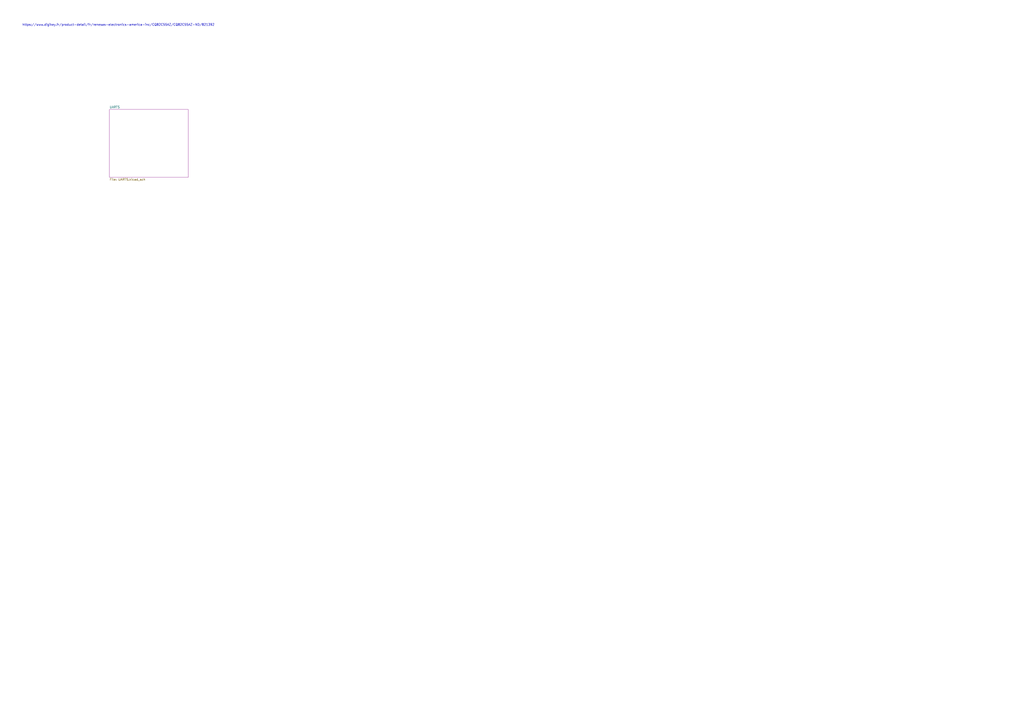
<source format=kicad_sch>
(kicad_sch (version 20200827) (generator eeschema)
  (page 1 2)
  (paper "A2")
  (lib_symbols)
  (text "https://www.digikey.fr/product-detail/fr/renesas-electronics-america-inc/CQ82C55AZ/CQ82C55AZ-ND/821392" (at 124.46 15.24 0) (effects (font (size 1.27 1.27)) (justify right bottom)))
  (sheet (at 63.5 63.5) (size 45.72 39.37) (stroke (width 0.001) (color 132 0 132 1)) (fill (color 255 255 255 0.0000))
    (property "Sheet name" "UARTS" (at 63.5 62.8641 0) (effects (justify left bottom)))
    (property "Sheet file" "UARTS.kicad_sch" (at 63.5 103.3789 0) (effects (justify left top)))
  )
)
</source>
